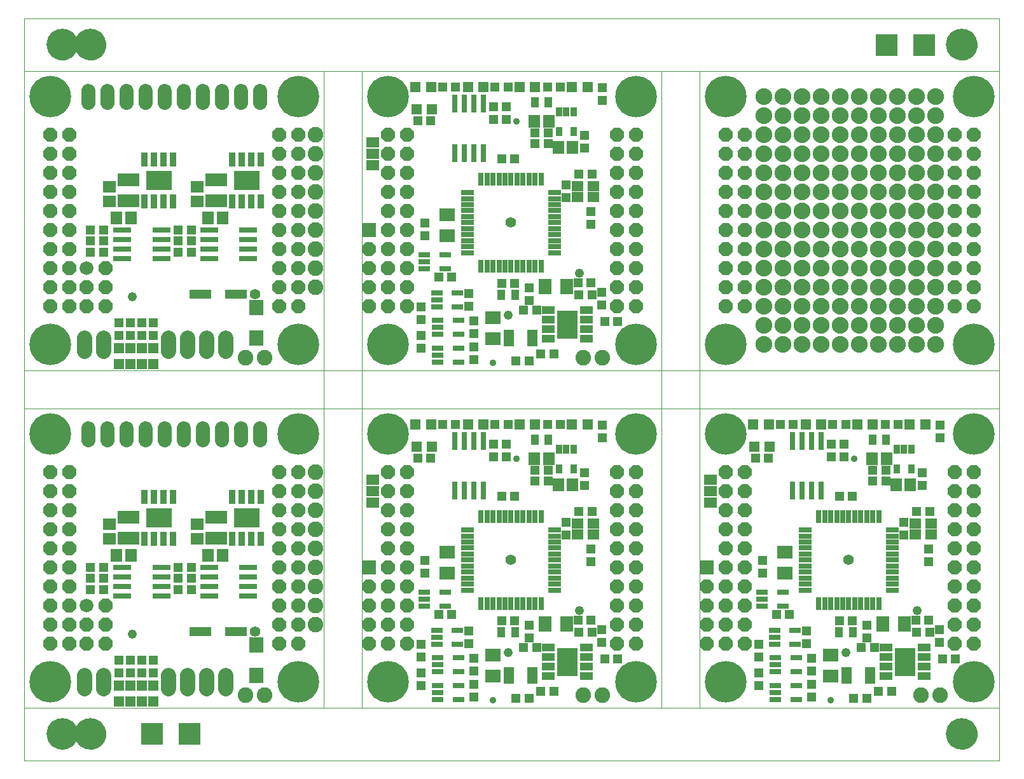
<source format=gbr>
G75*
%MOIN*%
%OFA0B0*%
%FSLAX24Y24*%
%IPPOS*%
%LPD*%
%AMOC8*
5,1,8,0,0,1.08239X$1,22.5*
%
%ADD10C,0.0010*%
%ADD11C,0.0000*%
%ADD12C,0.1655*%
%ADD13R,0.1181X0.1181*%
%ADD14R,0.0671X0.0277*%
%ADD15R,0.0277X0.0671*%
%ADD16R,0.0474X0.0513*%
%ADD17R,0.0513X0.0474*%
%ADD18R,0.0592X0.0671*%
%ADD19R,0.0316X0.0946*%
%ADD20R,0.0789X0.0710*%
%ADD21R,0.0720X0.0720*%
%ADD22OC8,0.0720*%
%ADD23R,0.0395X0.0552*%
%ADD24R,0.0552X0.0552*%
%ADD25C,0.2180*%
%ADD26R,0.0710X0.0540*%
%ADD27R,0.0320X0.0470*%
%ADD28R,0.0673X0.0396*%
%ADD29R,0.1109X0.1458*%
%ADD30R,0.0710X0.0789*%
%ADD31R,0.0552X0.0867*%
%ADD32C,0.0356*%
%ADD33R,0.0631X0.0552*%
%ADD34R,0.0600X0.0300*%
%ADD35C,0.0820*%
%ADD36R,0.0749X0.0789*%
%ADD37R,0.0336X0.0769*%
%ADD38R,0.1340X0.0986*%
%ADD39R,0.0710X0.0592*%
%ADD40C,0.0792*%
%ADD41R,0.0946X0.0316*%
%ADD42R,0.1143X0.0710*%
%ADD43R,0.1182X0.0474*%
%ADD44R,0.0592X0.0710*%
%ADD45C,0.0720*%
%ADD46C,0.0720*%
%ADD47C,0.0480*%
%ADD48C,0.0560*%
%ADD49C,0.0880*%
D10*
X000233Y000105D02*
X000233Y002865D01*
X035633Y002865D01*
X035633Y018565D01*
X035633Y020565D01*
X033633Y020565D01*
X033633Y018565D01*
X035633Y018565D01*
X051333Y018565D01*
X051333Y020565D01*
X051333Y036265D01*
X035633Y036265D01*
X035633Y020565D01*
X051333Y020565D01*
X051333Y018565D02*
X051333Y002865D01*
X051333Y000105D01*
X000233Y000105D01*
X000233Y002865D02*
X000233Y018565D01*
X015933Y018565D01*
X015933Y020565D01*
X000233Y020565D01*
X000233Y018565D01*
X000233Y020565D02*
X000233Y036265D01*
X000233Y039025D01*
X000233Y036265D02*
X000233Y036265D01*
X015933Y036265D01*
X035633Y036265D01*
X033633Y036265D02*
X033633Y020565D01*
X017933Y020565D01*
X017933Y018575D01*
X017933Y018565D02*
X015933Y018565D01*
X015933Y002865D01*
X000233Y002865D01*
X017933Y002865D02*
X017933Y018565D01*
X033633Y018565D01*
X033633Y002865D01*
X017933Y002865D01*
X035633Y002865D02*
X051333Y002865D01*
X017933Y020565D02*
X015933Y020565D01*
X015933Y036265D01*
X017933Y036265D02*
X033633Y036265D01*
X017933Y036265D02*
X017933Y020565D01*
X051333Y036265D02*
X051333Y039025D01*
D11*
X000233Y039025D01*
X001416Y037645D02*
X001418Y037701D01*
X001424Y037756D01*
X001434Y037810D01*
X001447Y037864D01*
X001465Y037917D01*
X001486Y037968D01*
X001510Y038018D01*
X001538Y038066D01*
X001570Y038112D01*
X001604Y038156D01*
X001642Y038197D01*
X001682Y038235D01*
X001725Y038270D01*
X001770Y038302D01*
X001818Y038331D01*
X001867Y038357D01*
X001918Y038379D01*
X001970Y038397D01*
X002024Y038411D01*
X002079Y038422D01*
X002134Y038429D01*
X002189Y038432D01*
X002245Y038431D01*
X002300Y038426D01*
X002355Y038417D01*
X002409Y038405D01*
X002462Y038388D01*
X002514Y038368D01*
X002564Y038344D01*
X002612Y038317D01*
X002659Y038287D01*
X002703Y038253D01*
X002745Y038216D01*
X002783Y038176D01*
X002820Y038134D01*
X002853Y038089D01*
X002882Y038043D01*
X002909Y037994D01*
X002931Y037943D01*
X002951Y037891D01*
X002966Y037837D01*
X002978Y037783D01*
X002986Y037728D01*
X002990Y037673D01*
X002990Y037617D01*
X002986Y037562D01*
X002978Y037507D01*
X002966Y037453D01*
X002951Y037399D01*
X002931Y037347D01*
X002909Y037296D01*
X002882Y037247D01*
X002853Y037201D01*
X002820Y037156D01*
X002783Y037114D01*
X002745Y037074D01*
X002703Y037037D01*
X002659Y037003D01*
X002612Y036973D01*
X002564Y036946D01*
X002514Y036922D01*
X002462Y036902D01*
X002409Y036885D01*
X002355Y036873D01*
X002300Y036864D01*
X002245Y036859D01*
X002189Y036858D01*
X002134Y036861D01*
X002079Y036868D01*
X002024Y036879D01*
X001970Y036893D01*
X001918Y036911D01*
X001867Y036933D01*
X001818Y036959D01*
X001770Y036988D01*
X001725Y037020D01*
X001682Y037055D01*
X001642Y037093D01*
X001604Y037134D01*
X001570Y037178D01*
X001538Y037224D01*
X001510Y037272D01*
X001486Y037322D01*
X001465Y037373D01*
X001447Y037426D01*
X001434Y037480D01*
X001424Y037534D01*
X001418Y037589D01*
X001416Y037645D01*
X002912Y037645D02*
X002914Y037701D01*
X002920Y037756D01*
X002930Y037810D01*
X002943Y037864D01*
X002961Y037917D01*
X002982Y037968D01*
X003006Y038018D01*
X003034Y038066D01*
X003066Y038112D01*
X003100Y038156D01*
X003138Y038197D01*
X003178Y038235D01*
X003221Y038270D01*
X003266Y038302D01*
X003314Y038331D01*
X003363Y038357D01*
X003414Y038379D01*
X003466Y038397D01*
X003520Y038411D01*
X003575Y038422D01*
X003630Y038429D01*
X003685Y038432D01*
X003741Y038431D01*
X003796Y038426D01*
X003851Y038417D01*
X003905Y038405D01*
X003958Y038388D01*
X004010Y038368D01*
X004060Y038344D01*
X004108Y038317D01*
X004155Y038287D01*
X004199Y038253D01*
X004241Y038216D01*
X004279Y038176D01*
X004316Y038134D01*
X004349Y038089D01*
X004378Y038043D01*
X004405Y037994D01*
X004427Y037943D01*
X004447Y037891D01*
X004462Y037837D01*
X004474Y037783D01*
X004482Y037728D01*
X004486Y037673D01*
X004486Y037617D01*
X004482Y037562D01*
X004474Y037507D01*
X004462Y037453D01*
X004447Y037399D01*
X004427Y037347D01*
X004405Y037296D01*
X004378Y037247D01*
X004349Y037201D01*
X004316Y037156D01*
X004279Y037114D01*
X004241Y037074D01*
X004199Y037037D01*
X004155Y037003D01*
X004108Y036973D01*
X004060Y036946D01*
X004010Y036922D01*
X003958Y036902D01*
X003905Y036885D01*
X003851Y036873D01*
X003796Y036864D01*
X003741Y036859D01*
X003685Y036858D01*
X003630Y036861D01*
X003575Y036868D01*
X003520Y036879D01*
X003466Y036893D01*
X003414Y036911D01*
X003363Y036933D01*
X003314Y036959D01*
X003266Y036988D01*
X003221Y037020D01*
X003178Y037055D01*
X003138Y037093D01*
X003100Y037134D01*
X003066Y037178D01*
X003034Y037224D01*
X003006Y037272D01*
X002982Y037322D01*
X002961Y037373D01*
X002943Y037426D01*
X002930Y037480D01*
X002920Y037534D01*
X002914Y037589D01*
X002912Y037645D01*
X048577Y037645D02*
X048579Y037701D01*
X048585Y037756D01*
X048595Y037810D01*
X048608Y037864D01*
X048626Y037917D01*
X048647Y037968D01*
X048671Y038018D01*
X048699Y038066D01*
X048731Y038112D01*
X048765Y038156D01*
X048803Y038197D01*
X048843Y038235D01*
X048886Y038270D01*
X048931Y038302D01*
X048979Y038331D01*
X049028Y038357D01*
X049079Y038379D01*
X049131Y038397D01*
X049185Y038411D01*
X049240Y038422D01*
X049295Y038429D01*
X049350Y038432D01*
X049406Y038431D01*
X049461Y038426D01*
X049516Y038417D01*
X049570Y038405D01*
X049623Y038388D01*
X049675Y038368D01*
X049725Y038344D01*
X049773Y038317D01*
X049820Y038287D01*
X049864Y038253D01*
X049906Y038216D01*
X049944Y038176D01*
X049981Y038134D01*
X050014Y038089D01*
X050043Y038043D01*
X050070Y037994D01*
X050092Y037943D01*
X050112Y037891D01*
X050127Y037837D01*
X050139Y037783D01*
X050147Y037728D01*
X050151Y037673D01*
X050151Y037617D01*
X050147Y037562D01*
X050139Y037507D01*
X050127Y037453D01*
X050112Y037399D01*
X050092Y037347D01*
X050070Y037296D01*
X050043Y037247D01*
X050014Y037201D01*
X049981Y037156D01*
X049944Y037114D01*
X049906Y037074D01*
X049864Y037037D01*
X049820Y037003D01*
X049773Y036973D01*
X049725Y036946D01*
X049675Y036922D01*
X049623Y036902D01*
X049570Y036885D01*
X049516Y036873D01*
X049461Y036864D01*
X049406Y036859D01*
X049350Y036858D01*
X049295Y036861D01*
X049240Y036868D01*
X049185Y036879D01*
X049131Y036893D01*
X049079Y036911D01*
X049028Y036933D01*
X048979Y036959D01*
X048931Y036988D01*
X048886Y037020D01*
X048843Y037055D01*
X048803Y037093D01*
X048765Y037134D01*
X048731Y037178D01*
X048699Y037224D01*
X048671Y037272D01*
X048647Y037322D01*
X048626Y037373D01*
X048608Y037426D01*
X048595Y037480D01*
X048585Y037534D01*
X048579Y037589D01*
X048577Y037645D01*
X048577Y001489D02*
X048579Y001545D01*
X048585Y001600D01*
X048595Y001654D01*
X048608Y001708D01*
X048626Y001761D01*
X048647Y001812D01*
X048671Y001862D01*
X048699Y001910D01*
X048731Y001956D01*
X048765Y002000D01*
X048803Y002041D01*
X048843Y002079D01*
X048886Y002114D01*
X048931Y002146D01*
X048979Y002175D01*
X049028Y002201D01*
X049079Y002223D01*
X049131Y002241D01*
X049185Y002255D01*
X049240Y002266D01*
X049295Y002273D01*
X049350Y002276D01*
X049406Y002275D01*
X049461Y002270D01*
X049516Y002261D01*
X049570Y002249D01*
X049623Y002232D01*
X049675Y002212D01*
X049725Y002188D01*
X049773Y002161D01*
X049820Y002131D01*
X049864Y002097D01*
X049906Y002060D01*
X049944Y002020D01*
X049981Y001978D01*
X050014Y001933D01*
X050043Y001887D01*
X050070Y001838D01*
X050092Y001787D01*
X050112Y001735D01*
X050127Y001681D01*
X050139Y001627D01*
X050147Y001572D01*
X050151Y001517D01*
X050151Y001461D01*
X050147Y001406D01*
X050139Y001351D01*
X050127Y001297D01*
X050112Y001243D01*
X050092Y001191D01*
X050070Y001140D01*
X050043Y001091D01*
X050014Y001045D01*
X049981Y001000D01*
X049944Y000958D01*
X049906Y000918D01*
X049864Y000881D01*
X049820Y000847D01*
X049773Y000817D01*
X049725Y000790D01*
X049675Y000766D01*
X049623Y000746D01*
X049570Y000729D01*
X049516Y000717D01*
X049461Y000708D01*
X049406Y000703D01*
X049350Y000702D01*
X049295Y000705D01*
X049240Y000712D01*
X049185Y000723D01*
X049131Y000737D01*
X049079Y000755D01*
X049028Y000777D01*
X048979Y000803D01*
X048931Y000832D01*
X048886Y000864D01*
X048843Y000899D01*
X048803Y000937D01*
X048765Y000978D01*
X048731Y001022D01*
X048699Y001068D01*
X048671Y001116D01*
X048647Y001166D01*
X048626Y001217D01*
X048608Y001270D01*
X048595Y001324D01*
X048585Y001378D01*
X048579Y001433D01*
X048577Y001489D01*
X002912Y001489D02*
X002914Y001545D01*
X002920Y001600D01*
X002930Y001654D01*
X002943Y001708D01*
X002961Y001761D01*
X002982Y001812D01*
X003006Y001862D01*
X003034Y001910D01*
X003066Y001956D01*
X003100Y002000D01*
X003138Y002041D01*
X003178Y002079D01*
X003221Y002114D01*
X003266Y002146D01*
X003314Y002175D01*
X003363Y002201D01*
X003414Y002223D01*
X003466Y002241D01*
X003520Y002255D01*
X003575Y002266D01*
X003630Y002273D01*
X003685Y002276D01*
X003741Y002275D01*
X003796Y002270D01*
X003851Y002261D01*
X003905Y002249D01*
X003958Y002232D01*
X004010Y002212D01*
X004060Y002188D01*
X004108Y002161D01*
X004155Y002131D01*
X004199Y002097D01*
X004241Y002060D01*
X004279Y002020D01*
X004316Y001978D01*
X004349Y001933D01*
X004378Y001887D01*
X004405Y001838D01*
X004427Y001787D01*
X004447Y001735D01*
X004462Y001681D01*
X004474Y001627D01*
X004482Y001572D01*
X004486Y001517D01*
X004486Y001461D01*
X004482Y001406D01*
X004474Y001351D01*
X004462Y001297D01*
X004447Y001243D01*
X004427Y001191D01*
X004405Y001140D01*
X004378Y001091D01*
X004349Y001045D01*
X004316Y001000D01*
X004279Y000958D01*
X004241Y000918D01*
X004199Y000881D01*
X004155Y000847D01*
X004108Y000817D01*
X004060Y000790D01*
X004010Y000766D01*
X003958Y000746D01*
X003905Y000729D01*
X003851Y000717D01*
X003796Y000708D01*
X003741Y000703D01*
X003685Y000702D01*
X003630Y000705D01*
X003575Y000712D01*
X003520Y000723D01*
X003466Y000737D01*
X003414Y000755D01*
X003363Y000777D01*
X003314Y000803D01*
X003266Y000832D01*
X003221Y000864D01*
X003178Y000899D01*
X003138Y000937D01*
X003100Y000978D01*
X003066Y001022D01*
X003034Y001068D01*
X003006Y001116D01*
X002982Y001166D01*
X002961Y001217D01*
X002943Y001270D01*
X002930Y001324D01*
X002920Y001378D01*
X002914Y001433D01*
X002912Y001489D01*
X001416Y001489D02*
X001418Y001545D01*
X001424Y001600D01*
X001434Y001654D01*
X001447Y001708D01*
X001465Y001761D01*
X001486Y001812D01*
X001510Y001862D01*
X001538Y001910D01*
X001570Y001956D01*
X001604Y002000D01*
X001642Y002041D01*
X001682Y002079D01*
X001725Y002114D01*
X001770Y002146D01*
X001818Y002175D01*
X001867Y002201D01*
X001918Y002223D01*
X001970Y002241D01*
X002024Y002255D01*
X002079Y002266D01*
X002134Y002273D01*
X002189Y002276D01*
X002245Y002275D01*
X002300Y002270D01*
X002355Y002261D01*
X002409Y002249D01*
X002462Y002232D01*
X002514Y002212D01*
X002564Y002188D01*
X002612Y002161D01*
X002659Y002131D01*
X002703Y002097D01*
X002745Y002060D01*
X002783Y002020D01*
X002820Y001978D01*
X002853Y001933D01*
X002882Y001887D01*
X002909Y001838D01*
X002931Y001787D01*
X002951Y001735D01*
X002966Y001681D01*
X002978Y001627D01*
X002986Y001572D01*
X002990Y001517D01*
X002990Y001461D01*
X002986Y001406D01*
X002978Y001351D01*
X002966Y001297D01*
X002951Y001243D01*
X002931Y001191D01*
X002909Y001140D01*
X002882Y001091D01*
X002853Y001045D01*
X002820Y001000D01*
X002783Y000958D01*
X002745Y000918D01*
X002703Y000881D01*
X002659Y000847D01*
X002612Y000817D01*
X002564Y000790D01*
X002514Y000766D01*
X002462Y000746D01*
X002409Y000729D01*
X002355Y000717D01*
X002300Y000708D01*
X002245Y000703D01*
X002189Y000702D01*
X002134Y000705D01*
X002079Y000712D01*
X002024Y000723D01*
X001970Y000737D01*
X001918Y000755D01*
X001867Y000777D01*
X001818Y000803D01*
X001770Y000832D01*
X001725Y000864D01*
X001682Y000899D01*
X001642Y000937D01*
X001604Y000978D01*
X001570Y001022D01*
X001538Y001068D01*
X001510Y001116D01*
X001486Y001166D01*
X001465Y001217D01*
X001447Y001270D01*
X001434Y001324D01*
X001424Y001378D01*
X001418Y001433D01*
X001416Y001489D01*
D12*
X002203Y001489D03*
X003699Y001489D03*
X049364Y001489D03*
X049364Y037645D03*
X003699Y037645D03*
X002203Y037645D03*
D13*
X045430Y037643D03*
X047398Y037643D03*
X008895Y001487D03*
X006926Y001487D03*
D14*
X023450Y009040D03*
X023450Y009355D03*
X023450Y009670D03*
X023450Y009985D03*
X023450Y010300D03*
X023450Y010615D03*
X023450Y010930D03*
X023450Y011245D03*
X023450Y011560D03*
X023450Y011875D03*
X023450Y012190D03*
X028017Y012190D03*
X028017Y011875D03*
X028017Y011560D03*
X028017Y011245D03*
X028017Y010930D03*
X028017Y010615D03*
X028017Y010300D03*
X028017Y009985D03*
X028017Y009670D03*
X028017Y009355D03*
X028017Y009040D03*
X041150Y009040D03*
X041150Y009355D03*
X041150Y009670D03*
X041150Y009985D03*
X041150Y010300D03*
X041150Y010615D03*
X041150Y010930D03*
X041150Y011245D03*
X041150Y011560D03*
X041150Y011875D03*
X041150Y012190D03*
X045717Y012190D03*
X045717Y011875D03*
X045717Y011560D03*
X045717Y011245D03*
X045717Y010930D03*
X045717Y010615D03*
X045717Y010300D03*
X045717Y009985D03*
X045717Y009670D03*
X045717Y009355D03*
X045717Y009040D03*
X028017Y026740D03*
X028017Y027055D03*
X028017Y027370D03*
X028017Y027685D03*
X028017Y028000D03*
X028017Y028315D03*
X028017Y028630D03*
X028017Y028945D03*
X028017Y029260D03*
X028017Y029575D03*
X028017Y029890D03*
X023450Y029890D03*
X023450Y029575D03*
X023450Y029260D03*
X023450Y028945D03*
X023450Y028630D03*
X023450Y028315D03*
X023450Y028000D03*
X023450Y027685D03*
X023450Y027370D03*
X023450Y027055D03*
X023450Y026740D03*
D15*
X024159Y026032D03*
X024473Y026032D03*
X024788Y026032D03*
X025103Y026032D03*
X025418Y026032D03*
X025733Y026032D03*
X026048Y026032D03*
X026363Y026032D03*
X026678Y026032D03*
X026993Y026032D03*
X027308Y026032D03*
X027308Y030598D03*
X026993Y030598D03*
X026678Y030598D03*
X026363Y030598D03*
X026048Y030598D03*
X025733Y030598D03*
X025418Y030598D03*
X025103Y030598D03*
X024788Y030598D03*
X024473Y030598D03*
X024159Y030598D03*
X024159Y012898D03*
X024473Y012898D03*
X024788Y012898D03*
X025103Y012898D03*
X025418Y012898D03*
X025733Y012898D03*
X026048Y012898D03*
X026363Y012898D03*
X026678Y012898D03*
X026993Y012898D03*
X027308Y012898D03*
X027308Y008332D03*
X026993Y008332D03*
X026678Y008332D03*
X026363Y008332D03*
X026048Y008332D03*
X025733Y008332D03*
X025418Y008332D03*
X025103Y008332D03*
X024788Y008332D03*
X024473Y008332D03*
X024159Y008332D03*
X041859Y008332D03*
X042173Y008332D03*
X042488Y008332D03*
X042803Y008332D03*
X043118Y008332D03*
X043433Y008332D03*
X043748Y008332D03*
X044063Y008332D03*
X044378Y008332D03*
X044693Y008332D03*
X045008Y008332D03*
X045008Y012898D03*
X044693Y012898D03*
X044378Y012898D03*
X044063Y012898D03*
X043748Y012898D03*
X043433Y012898D03*
X043118Y012898D03*
X042803Y012898D03*
X042488Y012898D03*
X042173Y012898D03*
X041859Y012898D03*
D16*
X044699Y014765D03*
X045368Y014765D03*
X046333Y012600D03*
X046333Y011930D03*
X047633Y011200D03*
X047633Y010530D03*
X047618Y007465D03*
X046949Y007465D03*
X048183Y006950D03*
X048183Y006280D03*
X048349Y005415D03*
X049018Y005415D03*
X045668Y003715D03*
X044999Y003715D03*
X044368Y003365D03*
X043699Y003365D03*
X041483Y003430D03*
X041483Y004100D03*
X041483Y004780D03*
X041483Y005450D03*
X041233Y006230D03*
X041233Y006900D03*
X038933Y009930D03*
X038933Y010600D03*
X039218Y015965D03*
X038549Y015965D03*
X039849Y017715D03*
X040518Y017715D03*
X042599Y017715D03*
X043268Y017715D03*
X045349Y017715D03*
X046018Y017715D03*
X031318Y023115D03*
X030649Y023115D03*
X030483Y023980D03*
X030483Y024650D03*
X029918Y025165D03*
X029249Y025165D03*
X029933Y028230D03*
X029933Y028900D03*
X028633Y029630D03*
X028633Y030300D03*
X027668Y032465D03*
X026999Y032465D03*
X027649Y035415D03*
X028318Y035415D03*
X025568Y035415D03*
X024899Y035415D03*
X022818Y035415D03*
X022149Y035415D03*
X021518Y033665D03*
X020849Y033665D03*
X021233Y028300D03*
X021233Y027630D03*
X023533Y024600D03*
X023533Y023930D03*
X023783Y023150D03*
X023783Y022480D03*
X023783Y021800D03*
X023783Y021130D03*
X025999Y021065D03*
X026668Y021065D03*
X027299Y021415D03*
X027968Y021415D03*
X027649Y017715D03*
X028318Y017715D03*
X025568Y017715D03*
X024899Y017715D03*
X022818Y017715D03*
X022149Y017715D03*
X021518Y015965D03*
X020849Y015965D03*
X026999Y014765D03*
X027668Y014765D03*
X028633Y012600D03*
X028633Y011930D03*
X029933Y011200D03*
X029933Y010530D03*
X029918Y007465D03*
X030483Y006950D03*
X030483Y006280D03*
X030649Y005415D03*
X031318Y005415D03*
X029249Y007465D03*
X027968Y003715D03*
X027299Y003715D03*
X026668Y003365D03*
X025999Y003365D03*
X023783Y003430D03*
X023783Y004100D03*
X023783Y004780D03*
X023783Y005450D03*
X023533Y006230D03*
X023533Y006900D03*
X021233Y009930D03*
X021233Y010600D03*
X008968Y009665D03*
X008968Y009065D03*
X008299Y009065D03*
X008299Y009665D03*
X004368Y009665D03*
X004368Y009065D03*
X003699Y009065D03*
X003699Y009665D03*
X003699Y026765D03*
X003699Y027365D03*
X004368Y027365D03*
X004368Y026765D03*
X008299Y026765D03*
X008968Y026765D03*
X008968Y027365D03*
X008299Y027365D03*
D17*
X008299Y027915D03*
X008968Y027915D03*
X004368Y027915D03*
X003699Y027915D03*
X005183Y023050D03*
X005783Y023050D03*
X006383Y023050D03*
X006983Y023050D03*
X006983Y022380D03*
X006383Y022380D03*
X005783Y022380D03*
X005183Y022380D03*
X021033Y022400D03*
X021033Y021730D03*
X021033Y023230D03*
X021033Y023900D03*
X021949Y025465D03*
X022618Y025465D03*
X025249Y025115D03*
X025918Y025115D03*
X026683Y024900D03*
X026683Y024230D03*
X026399Y023715D03*
X027068Y023715D03*
X029299Y024515D03*
X029968Y024515D03*
X029968Y030865D03*
X029299Y030865D03*
X029583Y032230D03*
X029583Y032900D03*
X027668Y033015D03*
X026999Y033015D03*
X025483Y033730D03*
X024833Y033730D03*
X024833Y034400D03*
X025483Y034400D03*
X025249Y031665D03*
X025918Y031665D03*
X030533Y034730D03*
X030533Y035400D03*
X030533Y017700D03*
X030533Y017030D03*
X029583Y015200D03*
X029583Y014530D03*
X029299Y013165D03*
X029968Y013165D03*
X027668Y015315D03*
X026999Y015315D03*
X025483Y016030D03*
X024833Y016030D03*
X024833Y016700D03*
X025483Y016700D03*
X025249Y013965D03*
X025918Y013965D03*
X022618Y007765D03*
X021949Y007765D03*
X021033Y006200D03*
X021033Y005530D03*
X021033Y004700D03*
X021033Y004030D03*
X025249Y007415D03*
X025918Y007415D03*
X026683Y007200D03*
X026683Y006530D03*
X026399Y006015D03*
X027068Y006015D03*
X029299Y006815D03*
X029968Y006815D03*
X038733Y006200D03*
X038733Y005530D03*
X038733Y004700D03*
X038733Y004030D03*
X042949Y007415D03*
X043618Y007415D03*
X044383Y007200D03*
X044383Y006530D03*
X044099Y006015D03*
X044768Y006015D03*
X046999Y006815D03*
X047668Y006815D03*
X040318Y007765D03*
X039649Y007765D03*
X046999Y013165D03*
X047668Y013165D03*
X047283Y014530D03*
X047283Y015200D03*
X045368Y015315D03*
X044699Y015315D03*
X043183Y016030D03*
X042533Y016030D03*
X042533Y016700D03*
X043183Y016700D03*
X042949Y013965D03*
X043618Y013965D03*
X048233Y017030D03*
X048233Y017700D03*
X008968Y010215D03*
X008299Y010215D03*
X004368Y010215D03*
X003699Y010215D03*
X005183Y005350D03*
X005783Y005350D03*
X006383Y005350D03*
X006983Y005350D03*
X006983Y004680D03*
X006383Y004680D03*
X005783Y004680D03*
X005183Y004680D03*
D18*
X026959Y015915D03*
X027707Y015915D03*
X028209Y014565D03*
X028957Y014565D03*
X044659Y015915D03*
X045407Y015915D03*
X045909Y014565D03*
X046657Y014565D03*
X028957Y032265D03*
X028209Y032265D03*
X027707Y033615D03*
X026959Y033615D03*
D19*
X024283Y034576D03*
X023783Y034576D03*
X023283Y034576D03*
X022783Y034576D03*
X022783Y031954D03*
X023283Y031954D03*
X023783Y031954D03*
X024283Y031954D03*
X024283Y016876D03*
X023783Y016876D03*
X023283Y016876D03*
X022783Y016876D03*
X022783Y014254D03*
X023283Y014254D03*
X023783Y014254D03*
X024283Y014254D03*
X040483Y014254D03*
X040983Y014254D03*
X041483Y014254D03*
X041983Y014254D03*
X041983Y016876D03*
X041483Y016876D03*
X040983Y016876D03*
X040483Y016876D03*
D20*
X040083Y011016D03*
X040083Y009914D03*
X042483Y005616D03*
X042483Y004514D03*
X024783Y004514D03*
X024783Y005616D03*
X022383Y009914D03*
X022383Y011016D03*
X024783Y022214D03*
X024783Y023316D03*
X022383Y027614D03*
X022383Y028716D03*
D21*
X018283Y027915D03*
X018283Y010215D03*
X035983Y010215D03*
D22*
X035983Y009215D03*
X036983Y009215D03*
X036983Y010215D03*
X037983Y010215D03*
X037983Y009215D03*
X037983Y008215D03*
X036983Y008215D03*
X035983Y008215D03*
X035983Y007215D03*
X036983Y007215D03*
X037983Y007215D03*
X037983Y006215D03*
X036983Y006215D03*
X035983Y006215D03*
X032283Y006215D03*
X031283Y006215D03*
X031283Y007215D03*
X031283Y008215D03*
X032283Y008215D03*
X032283Y007215D03*
X032283Y009215D03*
X031283Y009215D03*
X031283Y010215D03*
X032283Y010215D03*
X032283Y011215D03*
X031283Y011215D03*
X031283Y012215D03*
X031283Y013215D03*
X032283Y013215D03*
X032283Y012215D03*
X032283Y014215D03*
X031283Y014215D03*
X031283Y015215D03*
X032283Y015215D03*
X036983Y015215D03*
X036983Y014215D03*
X037983Y014215D03*
X037983Y015215D03*
X037983Y013215D03*
X036983Y013215D03*
X036983Y012215D03*
X037983Y012215D03*
X037983Y011215D03*
X036983Y011215D03*
X048983Y011215D03*
X049983Y011215D03*
X049983Y010215D03*
X048983Y010215D03*
X048983Y009215D03*
X049983Y009215D03*
X049983Y008215D03*
X048983Y008215D03*
X048983Y007215D03*
X049983Y007215D03*
X049983Y006215D03*
X048983Y006215D03*
X048983Y012215D03*
X048983Y013215D03*
X049983Y013215D03*
X049983Y012215D03*
X049983Y014215D03*
X048983Y014215D03*
X048983Y015215D03*
X049983Y015215D03*
X049983Y023915D03*
X048983Y023915D03*
X048983Y024915D03*
X048983Y025915D03*
X049983Y025915D03*
X049983Y024915D03*
X049983Y026915D03*
X048983Y026915D03*
X048983Y027915D03*
X049983Y027915D03*
X049983Y028915D03*
X048983Y028915D03*
X048983Y029915D03*
X049983Y029915D03*
X049983Y030915D03*
X048983Y030915D03*
X048983Y031915D03*
X048983Y032915D03*
X049983Y032915D03*
X049983Y031915D03*
X037983Y031915D03*
X036983Y031915D03*
X036983Y032915D03*
X037983Y032915D03*
X037983Y030915D03*
X036983Y030915D03*
X036983Y029915D03*
X036983Y028915D03*
X037983Y028915D03*
X037983Y029915D03*
X037983Y027915D03*
X036983Y027915D03*
X036983Y026915D03*
X037983Y026915D03*
X037983Y025915D03*
X036983Y025915D03*
X036983Y024915D03*
X037983Y024915D03*
X037983Y023915D03*
X036983Y023915D03*
X032283Y023915D03*
X031283Y023915D03*
X031283Y024915D03*
X031283Y025915D03*
X032283Y025915D03*
X032283Y024915D03*
X032283Y026915D03*
X031283Y026915D03*
X031283Y027915D03*
X032283Y027915D03*
X032283Y028915D03*
X031283Y028915D03*
X031283Y029915D03*
X032283Y029915D03*
X032283Y030915D03*
X031283Y030915D03*
X031283Y031915D03*
X031283Y032915D03*
X032283Y032915D03*
X032283Y031915D03*
X020283Y031915D03*
X019283Y031915D03*
X019283Y032915D03*
X020283Y032915D03*
X020283Y030915D03*
X019283Y030915D03*
X019283Y029915D03*
X019283Y028915D03*
X020283Y028915D03*
X020283Y029915D03*
X020283Y027915D03*
X019283Y027915D03*
X019283Y026915D03*
X018283Y026915D03*
X018283Y025915D03*
X018283Y024915D03*
X019283Y024915D03*
X019283Y025915D03*
X020283Y025915D03*
X020283Y024915D03*
X020283Y023915D03*
X019283Y023915D03*
X018283Y023915D03*
X014583Y023915D03*
X013583Y023915D03*
X013583Y024915D03*
X014583Y024915D03*
X014583Y025915D03*
X013583Y025915D03*
X013583Y026915D03*
X014583Y026915D03*
X014583Y027915D03*
X013583Y027915D03*
X013583Y028915D03*
X014583Y028915D03*
X014583Y029915D03*
X013583Y029915D03*
X013583Y030915D03*
X014583Y030915D03*
X014583Y031915D03*
X013583Y031915D03*
X013583Y032915D03*
X014583Y032915D03*
X020283Y026915D03*
X004483Y025915D03*
X004483Y024915D03*
X003483Y024915D03*
X002583Y024915D03*
X001583Y024915D03*
X001583Y025915D03*
X002583Y025915D03*
X002583Y026915D03*
X001583Y026915D03*
X001583Y027915D03*
X002583Y027915D03*
X002583Y028915D03*
X001583Y028915D03*
X001583Y029915D03*
X002583Y029915D03*
X002583Y030915D03*
X001583Y030915D03*
X001583Y031915D03*
X001583Y032915D03*
X002583Y032915D03*
X002583Y031915D03*
X002583Y023915D03*
X003483Y023915D03*
X004483Y023915D03*
X001583Y023915D03*
X001583Y015215D03*
X001583Y014215D03*
X002583Y014215D03*
X002583Y015215D03*
X002583Y013215D03*
X001583Y013215D03*
X001583Y012215D03*
X002583Y012215D03*
X002583Y011215D03*
X001583Y011215D03*
X001583Y010215D03*
X001583Y009215D03*
X002583Y009215D03*
X002583Y010215D03*
X002583Y008215D03*
X001583Y008215D03*
X001583Y007215D03*
X002583Y007215D03*
X003483Y007215D03*
X004483Y007215D03*
X004483Y008215D03*
X004483Y006215D03*
X003483Y006215D03*
X002583Y006215D03*
X001583Y006215D03*
X013583Y006215D03*
X014583Y006215D03*
X014583Y007215D03*
X013583Y007215D03*
X013583Y008215D03*
X014583Y008215D03*
X014583Y009215D03*
X013583Y009215D03*
X013583Y010215D03*
X014583Y010215D03*
X014583Y011215D03*
X013583Y011215D03*
X013583Y012215D03*
X014583Y012215D03*
X014583Y013215D03*
X013583Y013215D03*
X013583Y014215D03*
X014583Y014215D03*
X014583Y015215D03*
X013583Y015215D03*
X019283Y015215D03*
X019283Y014215D03*
X020283Y014215D03*
X020283Y015215D03*
X020283Y013215D03*
X019283Y013215D03*
X019283Y012215D03*
X020283Y012215D03*
X020283Y011215D03*
X019283Y011215D03*
X019283Y010215D03*
X019283Y009215D03*
X018283Y009215D03*
X018283Y008215D03*
X018283Y007215D03*
X019283Y007215D03*
X019283Y008215D03*
X020283Y008215D03*
X020283Y007215D03*
X020283Y006215D03*
X019283Y006215D03*
X018283Y006215D03*
X020283Y009215D03*
X020283Y010215D03*
D23*
X025229Y006815D03*
X025938Y006815D03*
X026979Y016915D03*
X027688Y016915D03*
X025938Y024515D03*
X025229Y024515D03*
X026979Y034615D03*
X027688Y034615D03*
X044679Y016915D03*
X045388Y016915D03*
X043638Y006815D03*
X042929Y006815D03*
D24*
X039297Y016565D03*
X038470Y016565D03*
X038420Y017715D03*
X039247Y017715D03*
X041170Y017715D03*
X041997Y017715D03*
X043870Y017715D03*
X044697Y017715D03*
X046620Y017715D03*
X047447Y017715D03*
X029747Y017715D03*
X028920Y017715D03*
X026997Y017715D03*
X026170Y017715D03*
X024297Y017715D03*
X023470Y017715D03*
X021547Y017715D03*
X020720Y017715D03*
X020770Y016565D03*
X021597Y016565D03*
X006983Y020902D03*
X006383Y020902D03*
X005783Y020902D03*
X005183Y020902D03*
X005183Y021728D03*
X005783Y021728D03*
X006383Y021728D03*
X006983Y021728D03*
X020770Y034265D03*
X021597Y034265D03*
X021547Y035415D03*
X020720Y035415D03*
X023470Y035415D03*
X024297Y035415D03*
X026170Y035415D03*
X026997Y035415D03*
X028920Y035415D03*
X029747Y035415D03*
X006983Y004028D03*
X006383Y004028D03*
X005783Y004028D03*
X005183Y004028D03*
X005183Y003202D03*
X005783Y003202D03*
X006383Y003202D03*
X006983Y003202D03*
D25*
X001583Y004215D03*
X014583Y004215D03*
X019283Y004215D03*
X032283Y004215D03*
X036983Y004215D03*
X049983Y004215D03*
X049983Y017215D03*
X049983Y021915D03*
X036983Y021915D03*
X032283Y021915D03*
X032283Y017215D03*
X036983Y017215D03*
X019283Y017215D03*
X014583Y017215D03*
X014583Y021915D03*
X019283Y021915D03*
X019283Y034915D03*
X014583Y034915D03*
X001583Y034915D03*
X001583Y021915D03*
X001583Y017215D03*
X032283Y034915D03*
X036983Y034915D03*
X049983Y034915D03*
D26*
X036183Y014815D03*
X036183Y014215D03*
X036183Y013615D03*
X018483Y013615D03*
X018483Y014215D03*
X018483Y014815D03*
X018483Y031315D03*
X018483Y031915D03*
X018483Y032515D03*
D27*
X028263Y033100D03*
X029003Y033100D03*
X029003Y034130D03*
X028633Y034130D03*
X028263Y034130D03*
X028263Y016430D03*
X028633Y016430D03*
X029003Y016430D03*
X029003Y015400D03*
X028263Y015400D03*
X045963Y015400D03*
X046703Y015400D03*
X046703Y016430D03*
X046333Y016430D03*
X045963Y016430D03*
D28*
X045383Y006015D03*
X045383Y005515D03*
X045383Y005015D03*
X045383Y004515D03*
X047383Y004515D03*
X047383Y005015D03*
X047383Y005515D03*
X047383Y006015D03*
X029683Y006015D03*
X029683Y005515D03*
X029683Y005015D03*
X029683Y004515D03*
X027683Y004515D03*
X027683Y005015D03*
X027683Y005515D03*
X027683Y006015D03*
X027683Y022215D03*
X027683Y022715D03*
X027683Y023215D03*
X027683Y023715D03*
X029683Y023715D03*
X029683Y023215D03*
X029683Y022715D03*
X029683Y022215D03*
D29*
X028683Y022965D03*
X028683Y005265D03*
X046383Y005265D03*
D30*
X046335Y007265D03*
X045232Y007265D03*
X028635Y007265D03*
X027532Y007265D03*
X027532Y024965D03*
X028635Y024965D03*
D31*
X026863Y022265D03*
X025603Y022265D03*
X025603Y004565D03*
X026863Y004565D03*
X043303Y004565D03*
X044563Y004565D03*
D32*
X042483Y003265D03*
X043733Y015915D03*
X026033Y015915D03*
X024783Y020965D03*
X026033Y033615D03*
X024783Y003265D03*
D33*
X029200Y011950D03*
X029200Y012541D03*
X030066Y012541D03*
X030066Y011950D03*
X046900Y011950D03*
X046900Y012541D03*
X047766Y012541D03*
X047766Y011950D03*
X030066Y029650D03*
X030066Y030241D03*
X029200Y030241D03*
X029200Y029650D03*
D34*
X022273Y026635D03*
X022273Y025895D03*
X021193Y025895D03*
X021193Y026265D03*
X021193Y026635D03*
X021843Y024635D03*
X021843Y024265D03*
X021843Y023895D03*
X021893Y023185D03*
X021893Y022815D03*
X021893Y022445D03*
X021893Y021735D03*
X021893Y021365D03*
X021893Y020995D03*
X022973Y020995D03*
X022973Y021735D03*
X022973Y022445D03*
X022973Y023185D03*
X022923Y023895D03*
X022923Y024635D03*
X022273Y008935D03*
X022273Y008195D03*
X021193Y008195D03*
X021193Y008565D03*
X021193Y008935D03*
X021843Y006935D03*
X021843Y006565D03*
X021843Y006195D03*
X021893Y005485D03*
X021893Y005115D03*
X021893Y004745D03*
X021893Y004035D03*
X021893Y003665D03*
X021893Y003295D03*
X022973Y003295D03*
X022973Y004035D03*
X022973Y004745D03*
X022973Y005485D03*
X022923Y006195D03*
X022923Y006935D03*
X038893Y008195D03*
X038893Y008565D03*
X038893Y008935D03*
X039973Y008935D03*
X039973Y008195D03*
X039543Y006935D03*
X039543Y006565D03*
X039543Y006195D03*
X039593Y005485D03*
X039593Y005115D03*
X039593Y004745D03*
X039593Y004035D03*
X039593Y003665D03*
X039593Y003295D03*
X040673Y003295D03*
X040673Y004035D03*
X040673Y004745D03*
X040673Y005485D03*
X040623Y006195D03*
X040623Y006935D03*
D35*
X047233Y003515D03*
X048233Y003515D03*
X030533Y003515D03*
X029533Y003515D03*
X015483Y007215D03*
X015483Y008215D03*
X015483Y009215D03*
X015483Y010215D03*
X015483Y011215D03*
X015483Y012215D03*
X015483Y013215D03*
X015483Y014215D03*
X015483Y015215D03*
X012833Y021215D03*
X011833Y021215D03*
X015483Y024915D03*
X015483Y025915D03*
X015483Y026915D03*
X015483Y027915D03*
X015483Y028915D03*
X015483Y029915D03*
X015483Y030915D03*
X015483Y031915D03*
X015483Y032915D03*
X029533Y021215D03*
X030533Y021215D03*
X012833Y003515D03*
X011833Y003515D03*
D36*
X012383Y004558D03*
X012383Y006172D03*
X012383Y022258D03*
X012383Y023872D03*
D37*
X012133Y029413D03*
X011633Y029413D03*
X011133Y029413D03*
X012633Y029413D03*
X012633Y031617D03*
X012133Y031617D03*
X011633Y031617D03*
X011133Y031617D03*
X008033Y031617D03*
X007533Y031617D03*
X007033Y031617D03*
X006533Y031617D03*
X006533Y029413D03*
X007033Y029413D03*
X007533Y029413D03*
X008033Y029413D03*
X008033Y013917D03*
X007533Y013917D03*
X007033Y013917D03*
X006533Y013917D03*
X006533Y011713D03*
X007033Y011713D03*
X007533Y011713D03*
X008033Y011713D03*
X011133Y011713D03*
X011633Y011713D03*
X012133Y011713D03*
X012633Y011713D03*
X012633Y013917D03*
X012133Y013917D03*
X011633Y013917D03*
X011133Y013917D03*
D38*
X011883Y012815D03*
X007283Y012815D03*
X007283Y030515D03*
X011883Y030515D03*
D39*
X009283Y030209D03*
X009283Y029421D03*
X004683Y029421D03*
X004683Y030209D03*
X004683Y012509D03*
X004683Y011721D03*
X009283Y011721D03*
X009283Y012509D03*
D40*
X008783Y004571D02*
X008783Y003859D01*
X007783Y003859D02*
X007783Y004571D01*
X009783Y004571D02*
X009783Y003859D01*
X010783Y003859D02*
X010783Y004571D01*
X004383Y004571D02*
X004383Y003859D01*
X003383Y003859D02*
X003383Y004571D01*
X003383Y021559D02*
X003383Y022271D01*
X004383Y022271D02*
X004383Y021559D01*
X007783Y021559D02*
X007783Y022271D01*
X008783Y022271D02*
X008783Y021559D01*
X009783Y021559D02*
X009783Y022271D01*
X010783Y022271D02*
X010783Y021559D01*
D41*
X009910Y026415D03*
X009910Y026915D03*
X009910Y027415D03*
X009910Y027915D03*
X011957Y027915D03*
X011957Y027415D03*
X011957Y026915D03*
X011957Y026415D03*
X007407Y026415D03*
X007407Y026915D03*
X007407Y027415D03*
X007407Y027915D03*
X005360Y027915D03*
X005360Y027415D03*
X005360Y026915D03*
X005360Y026415D03*
X005360Y010215D03*
X005360Y009715D03*
X005360Y009215D03*
X005360Y008715D03*
X007407Y008715D03*
X007407Y009215D03*
X007407Y009715D03*
X007407Y010215D03*
X009910Y010215D03*
X009910Y009715D03*
X009910Y009215D03*
X009910Y008715D03*
X011957Y008715D03*
X011957Y009215D03*
X011957Y009715D03*
X011957Y010215D03*
D42*
X010283Y011764D03*
X010283Y012866D03*
X005683Y012866D03*
X005683Y011764D03*
X005683Y029464D03*
X005683Y030566D03*
X010283Y030566D03*
X010283Y029464D03*
D43*
X009458Y024565D03*
X011309Y024565D03*
X011309Y006865D03*
X009458Y006865D03*
D44*
X009840Y010865D03*
X010627Y010865D03*
X005827Y010865D03*
X005040Y010865D03*
X005040Y028565D03*
X005827Y028565D03*
X009840Y028565D03*
X010627Y028565D03*
D45*
X003483Y025915D03*
X003483Y008215D03*
D46*
X003583Y016895D02*
X003583Y017535D01*
X004583Y017535D02*
X004583Y016895D01*
X005583Y016895D02*
X005583Y017535D01*
X006583Y017535D02*
X006583Y016895D01*
X007583Y016895D02*
X007583Y017535D01*
X008583Y017535D02*
X008583Y016895D01*
X009583Y016895D02*
X009583Y017535D01*
X010583Y017535D02*
X010583Y016895D01*
X011583Y016895D02*
X011583Y017535D01*
X012583Y017535D02*
X012583Y016895D01*
X012583Y034595D02*
X012583Y035235D01*
X011583Y035235D02*
X011583Y034595D01*
X010583Y034595D02*
X010583Y035235D01*
X009583Y035235D02*
X009583Y034595D01*
X008583Y034595D02*
X008583Y035235D01*
X007583Y035235D02*
X007583Y034595D01*
X006583Y034595D02*
X006583Y035235D01*
X005583Y035235D02*
X005583Y034595D01*
X004583Y034595D02*
X004583Y035235D01*
X003583Y035235D02*
X003583Y034595D01*
D47*
X005883Y024415D03*
X025583Y023465D03*
X029333Y025665D03*
X029333Y007965D03*
X025583Y005765D03*
X043283Y005765D03*
X047033Y007965D03*
X005883Y006715D03*
D48*
X012333Y006865D03*
X025733Y010615D03*
X043433Y010615D03*
X025733Y028315D03*
X012333Y024565D03*
D49*
X038983Y024915D03*
X038983Y025915D03*
X039983Y025915D03*
X039983Y024915D03*
X040983Y024915D03*
X040983Y025915D03*
X041983Y025915D03*
X041983Y024915D03*
X042983Y024915D03*
X042983Y025915D03*
X043983Y025915D03*
X043983Y024915D03*
X044983Y024915D03*
X045983Y024915D03*
X045983Y025915D03*
X044983Y025915D03*
X044983Y026915D03*
X045983Y026915D03*
X045983Y027915D03*
X044983Y027915D03*
X043983Y027915D03*
X042983Y027915D03*
X041983Y027915D03*
X040983Y027915D03*
X039983Y027915D03*
X038983Y027915D03*
X038983Y026915D03*
X039983Y026915D03*
X040983Y026915D03*
X041983Y026915D03*
X042983Y026915D03*
X043983Y026915D03*
X043983Y028915D03*
X042983Y028915D03*
X041983Y028915D03*
X040983Y028915D03*
X039983Y028915D03*
X038983Y028915D03*
X038983Y029915D03*
X039983Y029915D03*
X040983Y029915D03*
X041983Y029915D03*
X042983Y029915D03*
X043983Y029915D03*
X044983Y029915D03*
X045983Y029915D03*
X045983Y028915D03*
X044983Y028915D03*
X046983Y028915D03*
X046983Y029915D03*
X047983Y029915D03*
X047983Y028915D03*
X047983Y027915D03*
X046983Y027915D03*
X046983Y026915D03*
X047983Y026915D03*
X047983Y025915D03*
X046983Y025915D03*
X046983Y024915D03*
X047983Y024915D03*
X047983Y023915D03*
X046983Y023915D03*
X045983Y023915D03*
X044983Y023915D03*
X043983Y023915D03*
X042983Y023915D03*
X041983Y023915D03*
X040983Y023915D03*
X039983Y023915D03*
X038983Y023915D03*
X038983Y022915D03*
X039983Y022915D03*
X040983Y022915D03*
X041983Y022915D03*
X042983Y022915D03*
X043983Y022915D03*
X044983Y022915D03*
X045983Y022915D03*
X046983Y022915D03*
X047983Y022915D03*
X047983Y021915D03*
X046983Y021915D03*
X045983Y021915D03*
X044983Y021915D03*
X043983Y021915D03*
X042983Y021915D03*
X041983Y021915D03*
X040983Y021915D03*
X039983Y021915D03*
X038983Y021915D03*
X038983Y030915D03*
X039983Y030915D03*
X040983Y030915D03*
X041983Y030915D03*
X042983Y030915D03*
X043983Y030915D03*
X044983Y030915D03*
X045983Y030915D03*
X046983Y030915D03*
X047983Y030915D03*
X047983Y031915D03*
X046983Y031915D03*
X045983Y031915D03*
X044983Y031915D03*
X043983Y031915D03*
X042983Y031915D03*
X041983Y031915D03*
X040983Y031915D03*
X039983Y031915D03*
X038983Y031915D03*
X038983Y032915D03*
X039983Y032915D03*
X040983Y032915D03*
X041983Y032915D03*
X042983Y032915D03*
X043983Y032915D03*
X044983Y032915D03*
X045983Y032915D03*
X046983Y032915D03*
X047983Y032915D03*
X047983Y033915D03*
X046983Y033915D03*
X045983Y033915D03*
X044983Y033915D03*
X043983Y033915D03*
X042983Y033915D03*
X041983Y033915D03*
X040983Y033915D03*
X039983Y033915D03*
X038983Y033915D03*
X038983Y034915D03*
X039983Y034915D03*
X040983Y034915D03*
X041983Y034915D03*
X042983Y034915D03*
X043983Y034915D03*
X044983Y034915D03*
X045983Y034915D03*
X046983Y034915D03*
X047983Y034915D03*
M02*

</source>
